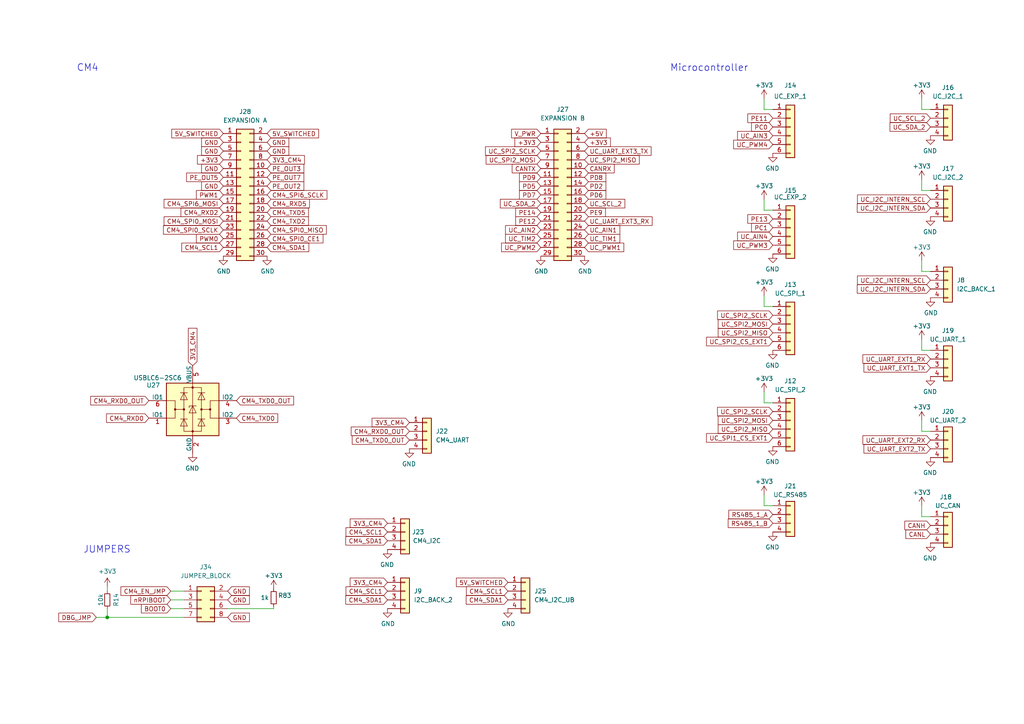
<source format=kicad_sch>
(kicad_sch (version 20211123) (generator eeschema)
  (paper "A4")
  (lib_symbols
    (symbol "Conn_01x04_1" (pin_names (offset 1.016) hide)
      (property "Reference" "J16" (at 0 8.255 0))
      (property "Value" "UC_UART_2" (at 0 5.715 0))
      (symbol "Conn_01x04_1_1_1"
        (rectangle (start -1.27 -4.953) (end 0 -5.207) (stroke (width 0.1524)))
        (rectangle (start -1.27 -2.413) (end 0 -2.667) (stroke (width 0.1524)))
        (rectangle (start -1.27 0.127) (end 0 -0.127) (stroke (width 0.1524)))
        (rectangle (start -1.27 2.667) (end 0 2.413) (stroke (width 0.1524)))
        (rectangle (start -1.27 3.81) (end 1.27 -6.35) (stroke (width 0.254)) (fill (type background)))
        (pin passive line (at -5.08 2.54 0) (length 3.81) (name "Pin_1") (number "1"))
        (pin passive line (at -5.08 0 0) (length 3.81) (name "Pin_2") (number "2"))
        (pin passive line (at -5.08 -2.54 0) (length 3.81) (name "Pin_3") (number "3"))
        (pin passive line (at -5.08 -5.08 0) (length 3.81) (name "Pin_4") (number "4"))
      )
    )
    (symbol "Connector_Generic:Conn_01x04" (pin_names (offset 1.016) hide)
      (property "Reference" "J" (at 0 5.08 0))
      (property "Value" "Conn_01x04" (at 0 -7.62 0))
      (symbol "Conn_01x04_1_1"
        (rectangle (start -1.27 -4.953) (end 0 -5.207) (stroke (width 0.1524)))
        (rectangle (start -1.27 -2.413) (end 0 -2.667) (stroke (width 0.1524)))
        (rectangle (start -1.27 0.127) (end 0 -0.127) (stroke (width 0.1524)))
        (rectangle (start -1.27 2.667) (end 0 2.413) (stroke (width 0.1524)))
        (rectangle (start -1.27 3.81) (end 1.27 -6.35) (stroke (width 0.254)) (fill (type background)))
        (pin passive line (at -5.08 2.54 0) (length 3.81) (name "Pin_1") (number "1"))
        (pin passive line (at -5.08 0 0) (length 3.81) (name "Pin_2") (number "2"))
        (pin passive line (at -5.08 -2.54 0) (length 3.81) (name "Pin_3") (number "3"))
        (pin passive line (at -5.08 -5.08 0) (length 3.81) (name "Pin_4") (number "4"))
      )
    )
    (symbol "Connector_Generic:Conn_01x06" (pin_names (offset 1.016) hide)
      (property "Reference" "J" (at 0 7.62 0))
      (property "Value" "Conn_01x06" (at 0 -10.16 0))
      (symbol "Conn_01x06_1_1"
        (rectangle (start -1.27 -7.493) (end 0 -7.747) (stroke (width 0.1524)))
        (rectangle (start -1.27 -4.953) (end 0 -5.207) (stroke (width 0.1524)))
        (rectangle (start -1.27 -2.413) (end 0 -2.667) (stroke (width 0.1524)))
        (rectangle (start -1.27 0.127) (end 0 -0.127) (stroke (width 0.1524)))
        (rectangle (start -1.27 2.667) (end 0 2.413) (stroke (width 0.1524)))
        (rectangle (start -1.27 5.207) (end 0 4.953) (stroke (width 0.1524)))
        (rectangle (start -1.27 6.35) (end 1.27 -8.89) (stroke (width 0.254)) (fill (type background)))
        (pin passive line (at -5.08 5.08 0) (length 3.81) (name "Pin_1") (number "1"))
        (pin passive line (at -5.08 2.54 0) (length 3.81) (name "Pin_2") (number "2"))
        (pin passive line (at -5.08 0 0) (length 3.81) (name "Pin_3") (number "3"))
        (pin passive line (at -5.08 -2.54 0) (length 3.81) (name "Pin_4") (number "4"))
        (pin passive line (at -5.08 -5.08 0) (length 3.81) (name "Pin_5") (number "5"))
        (pin passive line (at -5.08 -7.62 0) (length 3.81) (name "Pin_6") (number "6"))
      )
    )
    (symbol "Connector_Generic:Conn_02x04_Odd_Even" (pin_names (offset 1.016) hide)
      (property "Reference" "J" (at 1.27 5.08 0))
      (property "Value" "Conn_02x04_Odd_Even" (at 1.27 -7.62 0))
      (symbol "Conn_02x04_Odd_Even_1_1"
        (rectangle (start -1.27 -4.953) (end 0 -5.207) (stroke (width 0.1524)))
        (rectangle (start -1.27 -2.413) (end 0 -2.667) (stroke (width 0.1524)))
        (rectangle (start -1.27 0.127) (end 0 -0.127) (stroke (width 0.1524)))
        (rectangle (start -1.27 2.667) (end 0 2.413) (stroke (width 0.1524)))
        (rectangle (start -1.27 3.81) (end 3.81 -6.35) (stroke (width 0.254)) (fill (type background)))
        (rectangle (start 3.81 -4.953) (end 2.54 -5.207) (stroke (width 0.1524)))
        (rectangle (start 3.81 -2.413) (end 2.54 -2.667) (stroke (width 0.1524)))
        (rectangle (start 3.81 0.127) (end 2.54 -0.127) (stroke (width 0.1524)))
        (rectangle (start 3.81 2.667) (end 2.54 2.413) (stroke (width 0.1524)))
        (pin passive line (at -5.08 2.54 0) (length 3.81) (name "Pin_1") (number "1"))
        (pin passive line (at 7.62 2.54 180) (length 3.81) (name "Pin_2") (number "2"))
        (pin passive line (at -5.08 0 0) (length 3.81) (name "Pin_3") (number "3"))
        (pin passive line (at 7.62 0 180) (length 3.81) (name "Pin_4") (number "4"))
        (pin passive line (at -5.08 -2.54 0) (length 3.81) (name "Pin_5") (number "5"))
        (pin passive line (at 7.62 -2.54 180) (length 3.81) (name "Pin_6") (number "6"))
        (pin passive line (at -5.08 -5.08 0) (length 3.81) (name "Pin_7") (number "7"))
        (pin passive line (at 7.62 -5.08 180) (length 3.81) (name "Pin_8") (number "8"))
      )
    )
    (symbol "Connector_Generic:Conn_02x15_Odd_Even" (pin_names (offset 1.016) hide)
      (property "Reference" "J" (at 1.27 20.32 0))
      (property "Value" "Conn_02x15_Odd_Even" (at 1.27 -20.32 0))
      (symbol "Conn_02x15_Odd_Even_1_1"
        (rectangle (start -1.27 -17.653) (end 0 -17.907) (stroke (width 0.1524)))
        (rectangle (start -1.27 -15.113) (end 0 -15.367) (stroke (width 0.1524)))
        (rectangle (start -1.27 -12.573) (end 0 -12.827) (stroke (width 0.1524)))
        (rectangle (start -1.27 -10.033) (end 0 -10.287) (stroke (width 0.1524)))
        (rectangle (start -1.27 -7.493) (end 0 -7.747) (stroke (width 0.1524)))
        (rectangle (start -1.27 -4.953) (end 0 -5.207) (stroke (width 0.1524)))
        (rectangle (start -1.27 -2.413) (end 0 -2.667) (stroke (width 0.1524)))
        (rectangle (start -1.27 0.127) (end 0 -0.127) (stroke (width 0.1524)))
        (rectangle (start -1.27 2.667) (end 0 2.413) (stroke (width 0.1524)))
        (rectangle (start -1.27 5.207) (end 0 4.953) (stroke (width 0.1524)))
        (rectangle (start -1.27 7.747) (end 0 7.493) (stroke (width 0.1524)))
        (rectangle (start -1.27 10.287) (end 0 10.033) (stroke (width 0.1524)))
        (rectangle (start -1.27 12.827) (end 0 12.573) (stroke (width 0.1524)))
        (rectangle (start -1.27 15.367) (end 0 15.113) (stroke (width 0.1524)))
        (rectangle (start -1.27 17.907) (end 0 17.653) (stroke (width 0.1524)))
        (rectangle (start -1.27 19.05) (end 3.81 -19.05) (stroke (width 0.254)) (fill (type background)))
        (rectangle (start 3.81 -17.653) (end 2.54 -17.907) (stroke (width 0.1524)))
        (rectangle (start 3.81 -15.113) (end 2.54 -15.367) (stroke (width 0.1524)))
        (rectangle (start 3.81 -12.573) (end 2.54 -12.827) (stroke (width 0.1524)))
        (rectangle (start 3.81 -10.033) (end 2.54 -10.287) (stroke (width 0.1524)))
        (rectangle (start 3.81 -7.493) (end 2.54 -7.747) (stroke (width 0.1524)))
        (rectangle (start 3.81 -4.953) (end 2.54 -5.207) (stroke (width 0.1524)))
        (rectangle (start 3.81 -2.413) (end 2.54 -2.667) (stroke (width 0.1524)))
        (rectangle (start 3.81 0.127) (end 2.54 -0.127) (stroke (width 0.1524)))
        (rectangle (start 3.81 2.667) (end 2.54 2.413) (stroke (width 0.1524)))
        (rectangle (start 3.81 5.207) (end 2.54 4.953) (stroke (width 0.1524)))
        (rectangle (start 3.81 7.747) (end 2.54 7.493) (stroke (width 0.1524)))
        (rectangle (start 3.81 10.287) (end 2.54 10.033) (stroke (width 0.1524)))
        (rectangle (start 3.81 12.827) (end 2.54 12.573) (stroke (width 0.1524)))
        (rectangle (start 3.81 15.367) (end 2.54 15.113) (stroke (width 0.1524)))
        (rectangle (start 3.81 17.907) (end 2.54 17.653) (stroke (width 0.1524)))
        (pin passive line (at -5.08 17.78 0) (length 3.81) (name "Pin_1") (number "1"))
        (pin passive line (at 7.62 7.62 180) (length 3.81) (name "Pin_10") (number "10"))
        (pin passive line (at -5.08 5.08 0) (length 3.81) (name "Pin_11") (number "11"))
        (pin passive line (at 7.62 5.08 180) (length 3.81) (name "Pin_12") (number "12"))
        (pin passive line (at -5.08 2.54 0) (length 3.81) (name "Pin_13") (number "13"))
        (pin passive line (at 7.62 2.54 180) (length 3.81) (name "Pin_14") (number "14"))
        (pin passive line (at -5.08 0 0) (length 3.81) (name "Pin_15") (number "15"))
        (pin passive line (at 7.62 0 180) (length 3.81) (name "Pin_16") (number "16"))
        (pin passive line (at -5.08 -2.54 0) (length 3.81) (name "Pin_17") (number "17"))
        (pin passive line (at 7.62 -2.54 180) (length 3.81) (name "Pin_18") (number "18"))
        (pin passive line (at -5.08 -5.08 0) (length 3.81) (name "Pin_19") (number "19"))
        (pin passive line (at 7.62 17.78 180) (length 3.81) (name "Pin_2") (number "2"))
        (pin passive line (at 7.62 -5.08 180) (length 3.81) (name "Pin_20") (number "20"))
        (pin passive line (at -5.08 -7.62 0) (length 3.81) (name "Pin_21") (number "21"))
        (pin passive line (at 7.62 -7.62 180) (length 3.81) (name "Pin_22") (number "22"))
        (pin passive line (at -5.08 -10.16 0) (length 3.81) (name "Pin_23") (number "23"))
        (pin passive line (at 7.62 -10.16 180) (length 3.81) (name "Pin_24") (number "24"))
        (pin passive line (at -5.08 -12.7 0) (length 3.81) (name "Pin_25") (number "25"))
        (pin passive line (at 7.62 -12.7 180) (length 3.81) (name "Pin_26") (number "26"))
        (pin passive line (at -5.08 -15.24 0) (length 3.81) (name "Pin_27") (number "27"))
        (pin passive line (at 7.62 -15.24 180) (length 3.81) (name "Pin_28") (number "28"))
        (pin passive line (at -5.08 -17.78 0) (length 3.81) (name "Pin_29") (number "29"))
        (pin passive line (at -5.08 15.24 0) (length 3.81) (name "Pin_3") (number "3"))
        (pin passive line (at 7.62 -17.78 180) (length 3.81) (name "Pin_30") (number "30"))
        (pin passive line (at 7.62 15.24 180) (length 3.81) (name "Pin_4") (number "4"))
        (pin passive line (at -5.08 12.7 0) (length 3.81) (name "Pin_5") (number "5"))
        (pin passive line (at 7.62 12.7 180) (length 3.81) (name "Pin_6") (number "6"))
        (pin passive line (at -5.08 10.16 0) (length 3.81) (name "Pin_7") (number "7"))
        (pin passive line (at 7.62 10.16 180) (length 3.81) (name "Pin_8") (number "8"))
        (pin passive line (at -5.08 7.62 0) (length 3.81) (name "Pin_9") (number "9"))
      )
    )
    (symbol "Device:R_Small" (pin_numbers hide) (pin_names (offset 0.254) hide)
      (property "Reference" "R" (at 0.762 0.508 0))
      (property "Value" "R_Small" (at 0.762 -1.016 0))
      (symbol "R_Small_0_1"
        (rectangle (start -0.762 1.778) (end 0.762 -1.778) (stroke (width 0.2032)))
      )
      (symbol "R_Small_1_1"
        (pin passive line (at 0 2.54 270) (length 0.762) (name "~") (number "1"))
        (pin passive line (at 0 -2.54 90) (length 0.762) (name "~") (number "2"))
      )
    )
    (symbol "Power_Protection:USBLC6-2SC6" (pin_names (offset 0))
      (property "Reference" "U" (at 5.08 8.89 0))
      (property "Value" "USBLC6-2SC6" (at 10.16 -10.16 0))
      (symbol "USBLC6-2SC6_0_1"
        (rectangle (start -7.62 -7.62) (end 7.62 7.62) (stroke (width 0.254)) (fill (type background)))
        (circle (center -5.08 0) (radius 0.254) (fill (type outline)))
        (circle (center -2.54 0) (radius 0.254) (fill (type outline)))
        (rectangle (start -2.54 6.35) (end 2.54 -6.35))
        (circle (center 0 -6.35) (radius 0.254) (fill (type outline)))
        (polyline (pts (xy -5.08 -2.54) (xy -7.62 -2.54)))
        (polyline (pts (xy -5.08 0) (xy -5.08 -2.54)))
        (polyline (pts (xy -5.08 2.54) (xy -7.62 2.54)))
        (polyline (pts (xy -1.524 -2.794) (xy -3.556 -2.794)))
        (polyline (pts (xy -1.524 4.826) (xy -3.556 4.826)))
        (polyline (pts (xy 0 -7.62) (xy 0 -6.35)))
        (polyline (pts (xy 0 -6.35) (xy 0 1.27)))
        (polyline (pts (xy 0 1.27) (xy 0 6.35)))
        (polyline (pts (xy 0 6.35) (xy 0 7.62)))
        (polyline (pts (xy 1.524 -2.794) (xy 3.556 -2.794)))
        (polyline (pts (xy 1.524 4.826) (xy 3.556 4.826)))
        (polyline (pts (xy 5.08 -2.54) (xy 7.62 -2.54)))
        (polyline (pts (xy 5.08 0) (xy 5.08 -2.54)))
        (polyline (pts (xy 5.08 2.54) (xy 7.62 2.54)))
        (polyline (pts (xy -2.54 0) (xy -5.08 0) (xy -5.08 2.54)))
        (polyline (pts (xy 2.54 0) (xy 5.08 0) (xy 5.08 2.54)))
        (polyline (pts (xy -3.556 -4.826) (xy -1.524 -4.826) (xy -2.54 -2.794) (xy -3.556 -4.826)))
        (polyline (pts (xy -3.556 2.794) (xy -1.524 2.794) (xy -2.54 4.826) (xy -3.556 2.794)))
        (polyline (pts (xy -1.016 -1.016) (xy 1.016 -1.016) (xy 0 1.016) (xy -1.016 -1.016)))
        (polyline (pts (xy 1.016 1.016) (xy 0.762 1.016) (xy -1.016 1.016) (xy -1.016 0.508)))
        (polyline (pts (xy 3.556 -4.826) (xy 1.524 -4.826) (xy 2.54 -2.794) (xy 3.556 -4.826)))
        (polyline (pts (xy 3.556 2.794) (xy 1.524 2.794) (xy 2.54 4.826) (xy 3.556 2.794)))
        (circle (center 0 6.35) (radius 0.254) (fill (type outline)))
        (circle (center 2.54 0) (radius 0.254) (fill (type outline)))
        (circle (center 5.08 0) (radius 0.254) (fill (type outline)))
      )
      (symbol "USBLC6-2SC6_1_1"
        (pin passive line (at -12.7 -2.54 0) (length 5.08) (name "IO1") (number "1"))
        (pin passive line (at 0 -12.7 90) (length 5.08) (name "GND") (number "2"))
        (pin passive line (at 12.7 -2.54 180) (length 5.08) (name "IO2") (number "3"))
        (pin passive line (at 12.7 2.54 180) (length 5.08) (name "IO2") (number "4"))
        (pin passive line (at 0 12.7 270) (length 5.08) (name "VBUS") (number "5"))
        (pin passive line (at -12.7 2.54 0) (length 5.08) (name "IO1") (number "6"))
      )
    )
    (symbol "power:+3.3V" (power) (pin_names (offset 0))
      (property "Value" "+3.3V" (at 0 3.556 0))
      (symbol "+3.3V_0_1"
        (polyline (pts (xy -0.762 1.27) (xy 0 2.54)))
        (polyline (pts (xy 0 0) (xy 0 2.54)))
        (polyline (pts (xy 0 2.54) (xy 0.762 1.27)))
      )
      (symbol "+3.3V_1_1"
        (pin power_in line (at 0 0 90) (length 0) hide (name "+3V3") (number "1"))
      )
    )
    (symbol "power:+3V3" (power) (pin_names (offset 0))
      (property "Value" "+3V3" (at 0 3.556 0))
      (symbol "+3V3_0_1"
        (polyline (pts (xy -0.762 1.27) (xy 0 2.54)))
        (polyline (pts (xy 0 0) (xy 0 2.54)))
        (polyline (pts (xy 0 2.54) (xy 0.762 1.27)))
      )
      (symbol "+3V3_1_1"
        (pin power_in line (at 0 0 90) (length 0) hide (name "+3V3") (number "1"))
      )
    )
    (symbol "power:GND" (power) (pin_names (offset 0))
      (property "Value" "GND" (at 0 -3.81 0))
      (symbol "GND_0_1"
        (polyline (pts (xy 0 0) (xy 0 -1.27) (xy 1.27 -1.27) (xy 0 -2.54) (xy -1.27 -1.27) (xy 0 -1.27)))
      )
      (symbol "GND_1_1"
        (pin power_in line (at 0 0 270) (length 0) hide (name "GND") (number "1"))
      )
    )
  )
  (junction (at 31.115 179.07))
  (wire (pts (xy 267.335 98.425) (xy 267.335 101.6)))
  (wire (pts (xy 221.615 57.785) (xy 221.615 60.96)))
  (wire (pts (xy 267.335 55.245) (xy 269.875 55.245)))
  (wire (pts (xy 267.335 31.75) (xy 269.875 31.75)))
  (wire (pts (xy 221.615 60.96) (xy 224.155 60.96)))
  (wire (pts (xy 221.615 116.84) (xy 224.155 116.84)))
  (wire (pts (xy 221.615 113.665) (xy 221.615 116.84)))
  (wire (pts (xy 221.615 85.725) (xy 221.615 88.9)))
  (wire (pts (xy 221.615 143.51) (xy 221.615 146.685)))
  (wire (pts (xy 267.335 28.575) (xy 267.335 31.75)))
  (wire (pts (xy 49.53 173.99) (xy 53.34 173.99)))
  (wire (pts (xy 49.53 176.53) (xy 53.34 176.53)))
  (wire (pts (xy 267.335 125.095) (xy 269.875 125.095)))
  (wire (pts (xy 221.615 146.685) (xy 224.155 146.685)))
  (wire (pts (xy 79.375 175.895) (xy 79.375 176.53)))
  (wire (pts (xy 221.615 31.75) (xy 224.155 31.75)))
  (wire (pts (xy 221.615 88.9) (xy 224.155 88.9)))
  (wire (pts (xy 267.335 52.07) (xy 267.335 55.245)))
  (wire (pts (xy 27.94 179.07) (xy 31.115 179.07)))
  (wire (pts (xy 49.53 171.45) (xy 53.34 171.45)))
  (wire (pts (xy 79.375 176.53) (xy 66.04 176.53)))
  (wire (pts (xy 267.335 121.92) (xy 267.335 125.095)))
  (wire (pts (xy 267.335 149.86) (xy 269.875 149.86)))
  (wire (pts (xy 267.335 75.565) (xy 267.335 78.74)))
  (wire (pts (xy 221.615 28.575) (xy 221.615 31.75)))
  (wire (pts (xy 267.335 146.685) (xy 267.335 149.86)))
  (wire (pts (xy 267.335 78.74) (xy 269.875 78.74)))
  (wire (pts (xy 31.115 176.53) (xy 31.115 179.07)))
  (wire (pts (xy 267.335 101.6) (xy 269.875 101.6)))
  (wire (pts (xy 31.115 179.07) (xy 53.34 179.07)))
  (wire (pts (xy 31.115 170.18) (xy 31.115 171.45)))
  (text "JUMPERS" (at 24.13 160.655 0) (effects (font (size 2 2)) (justify left bottom)))
  (text "CM4" (at 22.225 20.955 0) (effects (font (size 2 2)) (justify left bottom)))
  (text "Microcontroller" (at 194.31 20.955 0) (effects (font (size 2 2)) (justify left bottom)))
  (global_label "CM4_RXD2" (shape input) (at 64.77 61.595 180) (property "Intersheet References" "${INTERSHEET_REFS}" (effects hide)))
  (global_label "GND" (shape input) (at 66.04 173.99 0) (property "Intersheet References" "${INTERSHEET_REFS}" (effects hide)))
  (global_label "CM4_RXD0" (shape input) (at 43.18 121.285 180) (property "Intersheet References" "${INTERSHEET_REFS}" (effects hide)))
  (global_label "3V3_CM4" (shape input) (at 77.47 46.355 0) (property "Intersheet References" "${INTERSHEET_REFS}" (effects hide)))
  (global_label "UC_UART_EXT3_RX" (shape input) (at 169.545 64.135 0) (property "Intersheet References" "${INTERSHEET_REFS}" (effects hide)))
  (global_label "PE13" (shape input) (at 224.155 63.5 180) (property "Intersheet References" "${INTERSHEET_REFS}" (effects hide)))
  (global_label "3V3_CM4" (shape input) (at 118.745 122.555 180) (property "Intersheet References" "${INTERSHEET_REFS}" (effects hide)))
  (global_label "V_PWR" (shape input) (at 156.845 38.735 180) (property "Intersheet References" "${INTERSHEET_REFS}" (effects hide)))
  (global_label "CM4_RXD0_OUT" (shape input) (at 118.745 125.095 180) (property "Intersheet References" "${INTERSHEET_REFS}" (effects hide)))
  (global_label "UC_PWM2" (shape input) (at 156.845 71.755 180) (property "Intersheet References" "${INTERSHEET_REFS}" (effects hide)))
  (global_label "GND" (shape input) (at 64.77 43.815 180) (property "Intersheet References" "${INTERSHEET_REFS}" (effects hide)))
  (global_label "PE_OUT2" (shape input) (at 77.47 53.975 0) (property "Intersheet References" "${INTERSHEET_REFS}" (effects hide)))
  (global_label "PE_OUT7" (shape input) (at 77.47 51.435 0) (property "Intersheet References" "${INTERSHEET_REFS}" (effects hide)))
  (global_label "5V_SWITCHED" (shape input) (at 64.77 38.735 180) (property "Intersheet References" "${INTERSHEET_REFS}" (effects hide)))
  (global_label "+3V3" (shape input) (at 64.77 46.355 180) (property "Intersheet References" "${INTERSHEET_REFS}" (effects hide)))
  (global_label "UC_PWM3" (shape input) (at 224.155 71.12 180) (property "Intersheet References" "${INTERSHEET_REFS}" (effects hide)))
  (global_label "UC_SPI2_CS_EXT1" (shape input) (at 224.155 99.06 180) (property "Intersheet References" "${INTERSHEET_REFS}" (effects hide)))
  (global_label "UC_I2C_INTERN_SDA" (shape input) (at 269.875 60.325 180) (property "Intersheet References" "${INTERSHEET_REFS}" (effects hide)))
  (global_label "PD6" (shape input) (at 169.545 56.515 0) (property "Intersheet References" "${INTERSHEET_REFS}" (effects hide)))
  (global_label "CM4_TXD0_OUT" (shape input) (at 68.58 116.205 0) (property "Intersheet References" "${INTERSHEET_REFS}" (effects hide)))
  (global_label "PE11" (shape input) (at 224.155 34.29 180) (property "Intersheet References" "${INTERSHEET_REFS}" (effects hide)))
  (global_label "UC_UART_EXT1_TX" (shape input) (at 269.875 106.68 180) (property "Intersheet References" "${INTERSHEET_REFS}" (effects hide)))
  (global_label "UC_UART_EXT2_RX" (shape input) (at 269.875 127.635 180) (property "Intersheet References" "${INTERSHEET_REFS}" (effects hide)))
  (global_label "+3V3" (shape input) (at 156.845 41.275 180) (property "Intersheet References" "${INTERSHEET_REFS}" (effects hide)))
  (global_label "DBG_JMP" (shape input) (at 27.94 179.07 180) (property "Intersheet References" "${INTERSHEET_REFS}" (effects hide)))
  (global_label "CM4_RXD5" (shape input) (at 77.47 59.055 0) (property "Intersheet References" "${INTERSHEET_REFS}" (effects hide)))
  (global_label "UC_SDA_2" (shape input) (at 156.845 59.055 180) (property "Intersheet References" "${INTERSHEET_REFS}" (effects hide)))
  (global_label "UC_UART_EXT2_TX" (shape input) (at 269.875 130.175 180) (property "Intersheet References" "${INTERSHEET_REFS}" (effects hide)))
  (global_label "CM4_SPI0_SCLK" (shape input) (at 64.77 66.675 180) (property "Intersheet References" "${INTERSHEET_REFS}" (effects hide)))
  (global_label "UC_PWM1" (shape input) (at 169.545 71.755 0) (property "Intersheet References" "${INTERSHEET_REFS}" (effects hide)))
  (global_label "UC_SPI2_MISO" (shape input) (at 224.155 124.46 180) (property "Intersheet References" "${INTERSHEET_REFS}" (effects hide)))
  (global_label "PE_OUT5" (shape input) (at 64.77 51.435 180) (property "Intersheet References" "${INTERSHEET_REFS}" (effects hide)))
  (global_label "UC_TIM1" (shape input) (at 169.545 69.215 0) (property "Intersheet References" "${INTERSHEET_REFS}" (effects hide)))
  (global_label "UC_SPI2_MOSI" (shape input) (at 224.155 93.98 180) (property "Intersheet References" "${INTERSHEET_REFS}" (effects hide)))
  (global_label "CANL" (shape input) (at 269.875 154.94 180) (property "Intersheet References" "${INTERSHEET_REFS}" (effects hide)))
  (global_label "UC_SPI2_SCLK" (shape input) (at 224.155 91.44 180) (property "Intersheet References" "${INTERSHEET_REFS}" (effects hide)))
  (global_label "UC_SPI2_MOSI" (shape input) (at 156.845 46.355 180) (property "Intersheet References" "${INTERSHEET_REFS}" (effects hide)))
  (global_label "nRPIBOOT" (shape input) (at 49.53 173.99 180) (property "Intersheet References" "${INTERSHEET_REFS}" (effects hide)))
  (global_label "UC_SPI2_MISO" (shape input) (at 169.545 46.355 0) (property "Intersheet References" "${INTERSHEET_REFS}" (effects hide)))
  (global_label "CM4_SDA1" (shape input) (at 147.32 173.99 180) (property "Intersheet References" "${INTERSHEET_REFS}" (effects hide)))
  (global_label "UC_AIN2" (shape input) (at 156.845 66.675 180) (property "Intersheet References" "${INTERSHEET_REFS}" (effects hide)))
  (global_label "UC_I2C_INTERN_SCL" (shape input) (at 269.875 81.28 180) (property "Intersheet References" "${INTERSHEET_REFS}" (effects hide)))
  (global_label "CM4_SCL1" (shape input) (at 112.395 171.45 180) (property "Intersheet References" "${INTERSHEET_REFS}" (effects hide)))
  (global_label "CM4_SPI0_MOSI" (shape input) (at 64.77 64.135 180) (property "Intersheet References" "${INTERSHEET_REFS}" (effects hide)))
  (global_label "UC_I2C_INTERN_SDA" (shape input) (at 269.875 83.82 180) (property "Intersheet References" "${INTERSHEET_REFS}" (effects hide)))
  (global_label "CM4_TXD0_OUT" (shape input) (at 118.745 127.635 180) (property "Intersheet References" "${INTERSHEET_REFS}" (effects hide)))
  (global_label "UC_AIN3" (shape input) (at 224.155 39.37 180) (property "Intersheet References" "${INTERSHEET_REFS}" (effects hide)))
  (global_label "CM4_SDA1" (shape input) (at 112.395 156.845 180) (property "Intersheet References" "${INTERSHEET_REFS}" (effects hide)))
  (global_label "UC_I2C_INTERN_SCL" (shape input) (at 269.875 57.785 180) (property "Intersheet References" "${INTERSHEET_REFS}" (effects hide)))
  (global_label "GND" (shape input) (at 77.47 43.815 0) (property "Intersheet References" "${INTERSHEET_REFS}" (effects hide)))
  (global_label "UC_AIN1" (shape input) (at 169.545 66.675 0) (property "Intersheet References" "${INTERSHEET_REFS}" (effects hide)))
  (global_label "PWM0" (shape input) (at 64.77 69.215 180) (property "Intersheet References" "${INTERSHEET_REFS}" (effects hide)))
  (global_label "PC1" (shape input) (at 224.155 66.04 180) (property "Intersheet References" "${INTERSHEET_REFS}" (effects hide)))
  (global_label "PE_OUT3" (shape input) (at 77.47 48.895 0) (property "Intersheet References" "${INTERSHEET_REFS}" (effects hide)))
  (global_label "CM4_TXD2" (shape input) (at 77.47 64.135 0) (property "Intersheet References" "${INTERSHEET_REFS}" (effects hide)))
  (global_label "UC_SCL_2" (shape input) (at 169.545 59.055 0) (property "Intersheet References" "${INTERSHEET_REFS}" (effects hide)))
  (global_label "UC_UART_EXT3_TX" (shape input) (at 169.545 43.815 0) (property "Intersheet References" "${INTERSHEET_REFS}" (effects hide)))
  (global_label "CM4_SDA1" (shape input) (at 77.47 71.755 0) (property "Intersheet References" "${INTERSHEET_REFS}" (effects hide)))
  (global_label "3V3_CM4" (shape input) (at 55.88 106.045 90) (property "Intersheet References" "${INTERSHEET_REFS}" (effects hide)))
  (global_label "CM4_TXD0" (shape input) (at 68.58 121.285 0) (property "Intersheet References" "${INTERSHEET_REFS}" (effects hide)))
  (global_label "5V_SWITCHED" (shape input) (at 147.32 168.91 180) (property "Intersheet References" "${INTERSHEET_REFS}" (effects hide)))
  (global_label "PD7" (shape input) (at 156.845 56.515 180) (property "Intersheet References" "${INTERSHEET_REFS}" (effects hide)))
  (global_label "UC_SPI1_CS_EXT1" (shape input) (at 224.155 127 180) (property "Intersheet References" "${INTERSHEET_REFS}" (effects hide)))
  (global_label "+3V3" (shape input) (at 169.545 41.275 0) (property "Intersheet References" "${INTERSHEET_REFS}" (effects hide)))
  (global_label "CM4_EN_JMP" (shape input) (at 49.53 171.45 180) (property "Intersheet References" "${INTERSHEET_REFS}" (effects hide)))
  (global_label "CM4_SPI6_SCLK" (shape input) (at 77.47 56.515 0) (property "Intersheet References" "${INTERSHEET_REFS}" (effects hide)))
  (global_label "UC_TIM2" (shape input) (at 156.845 69.215 180) (property "Intersheet References" "${INTERSHEET_REFS}" (effects hide)))
  (global_label "UC_SPI2_MISO" (shape input) (at 224.155 96.52 180) (property "Intersheet References" "${INTERSHEET_REFS}" (effects hide)))
  (global_label "CM4_SCL1" (shape input) (at 147.32 171.45 180) (property "Intersheet References" "${INTERSHEET_REFS}" (effects hide)))
  (global_label "CANH" (shape input) (at 269.875 152.4 180) (property "Intersheet References" "${INTERSHEET_REFS}" (effects hide)))
  (global_label "+5V" (shape input) (at 169.545 38.735 0) (property "Intersheet References" "${INTERSHEET_REFS}" (effects hide)))
  (global_label "UC_SPI2_MOSI" (shape input) (at 224.155 121.92 180) (property "Intersheet References" "${INTERSHEET_REFS}" (effects hide)))
  (global_label "CM4_SPI0_CE1" (shape input) (at 77.47 69.215 0) (property "Intersheet References" "${INTERSHEET_REFS}" (effects hide)))
  (global_label "CM4_SCL1" (shape input) (at 112.395 154.305 180) (property "Intersheet References" "${INTERSHEET_REFS}" (effects hide)))
  (global_label "3V3_CM4" (shape input) (at 112.395 151.765 180) (property "Intersheet References" "${INTERSHEET_REFS}" (effects hide)))
  (global_label "PC0" (shape input) (at 224.155 36.83 180) (property "Intersheet References" "${INTERSHEET_REFS}" (effects hide)))
  (global_label "UC_SDA_2" (shape input) (at 269.875 36.83 180) (property "Intersheet References" "${INTERSHEET_REFS}" (effects hide)))
  (global_label "GND" (shape input) (at 66.04 171.45 0) (property "Intersheet References" "${INTERSHEET_REFS}" (effects hide)))
  (global_label "CM4_SDA1" (shape input) (at 112.395 173.99 180) (property "Intersheet References" "${INTERSHEET_REFS}" (effects hide)))
  (global_label "BOOT0" (shape input) (at 49.53 176.53 180) (property "Intersheet References" "${INTERSHEET_REFS}" (effects hide)))
  (global_label "UC_SPI2_SCLK" (shape input) (at 156.845 43.815 180) (property "Intersheet References" "${INTERSHEET_REFS}" (effects hide)))
  (global_label "GND" (shape input) (at 64.77 53.975 180) (property "Intersheet References" "${INTERSHEET_REFS}" (effects hide)))
  (global_label "UC_AIN4" (shape input) (at 224.155 68.58 180) (property "Intersheet References" "${INTERSHEET_REFS}" (effects hide)))
  (global_label "PD8" (shape input) (at 169.545 51.435 0) (property "Intersheet References" "${INTERSHEET_REFS}" (effects hide)))
  (global_label "3V3_CM4" (shape input) (at 112.395 168.91 180) (property "Intersheet References" "${INTERSHEET_REFS}" (effects hide)))
  (global_label "GND" (shape input) (at 66.04 179.07 0) (property "Intersheet References" "${INTERSHEET_REFS}" (effects hide)))
  (global_label "RS485_1_A" (shape input) (at 224.155 149.225 180) (property "Intersheet References" "${INTERSHEET_REFS}" (effects hide)))
  (global_label "CM4_RXD0_OUT" (shape input) (at 43.18 116.205 180) (property "Intersheet References" "${INTERSHEET_REFS}" (effects hide)))
  (global_label "RS485_1_B" (shape input) (at 224.155 151.765 180) (property "Intersheet References" "${INTERSHEET_REFS}" (effects hide)))
  (global_label "GND" (shape input) (at 64.77 48.895 180) (property "Intersheet References" "${INTERSHEET_REFS}" (effects hide)))
  (global_label "GND" (shape input) (at 77.47 41.275 0) (property "Intersheet References" "${INTERSHEET_REFS}" (effects hide)))
  (global_label "UC_PWM4" (shape input) (at 224.155 41.91 180) (property "Intersheet References" "${INTERSHEET_REFS}" (effects hide)))
  (global_label "UC_SPI2_SCLK" (shape input) (at 224.155 119.38 180) (property "Intersheet References" "${INTERSHEET_REFS}" (effects hide)))
  (global_label "PE9" (shape input) (at 169.545 61.595 0) (property "Intersheet References" "${INTERSHEET_REFS}" (effects hide)))
  (global_label "CM4_SCL1" (shape input) (at 64.77 71.755 180) (property "Intersheet References" "${INTERSHEET_REFS}" (effects hide)))
  (global_label "PD9" (shape input) (at 156.845 51.435 180) (property "Intersheet References" "${INTERSHEET_REFS}" (effects hide)))
  (global_label "CANRX" (shape input) (at 169.545 48.895 0) (property "Intersheet References" "${INTERSHEET_REFS}" (effects hide)))
  (global_label "CM4_SPI0_MISO" (shape input) (at 77.47 66.675 0) (property "Intersheet References" "${INTERSHEET_REFS}" (effects hide)))
  (global_label "UC_SCL_2" (shape input) (at 269.875 34.29 180) (property "Intersheet References" "${INTERSHEET_REFS}" (effects hide)))
  (global_label "CANTX" (shape input) (at 156.845 48.895 180) (property "Intersheet References" "${INTERSHEET_REFS}" (effects hide)))
  (global_label "GND" (shape input) (at 64.77 41.275 180) (property "Intersheet References" "${INTERSHEET_REFS}" (effects hide)))
  (global_label "PD2" (shape input) (at 169.545 53.975 0) (property "Intersheet References" "${INTERSHEET_REFS}" (effects hide)))
  (global_label "PWM1" (shape input) (at 64.77 56.515 180) (property "Intersheet References" "${INTERSHEET_REFS}" (effects hide)))
  (global_label "UC_UART_EXT1_RX" (shape input) (at 269.875 104.14 180) (property "Intersheet References" "${INTERSHEET_REFS}" (effects hide)))
  (global_label "PE12" (shape input) (at 156.845 64.135 180) (property "Intersheet References" "${INTERSHEET_REFS}" (effects hide)))
  (global_label "CM4_TXD5" (shape input) (at 77.47 61.595 0) (property "Intersheet References" "${INTERSHEET_REFS}" (effects hide)))
  (global_label "CM4_SPI6_MOSI" (shape input) (at 64.77 59.055 180) (property "Intersheet References" "${INTERSHEET_REFS}" (effects hide)))
  (global_label "PD5" (shape input) (at 156.845 53.975 180) (property "Intersheet References" "${INTERSHEET_REFS}" (effects hide)))
  (global_label "5V_SWITCHED" (shape input) (at 77.47 38.735 0) (property "Intersheet References" "${INTERSHEET_REFS}" (effects hide)))
  (global_label "PE14" (shape input) (at 156.845 61.595 180) (property "Intersheet References" "${INTERSHEET_REFS}" (effects hide)))
  (symbol (lib_id "Connector_Generic:Conn_01x04") (at 117.475 154.305 0) (unit 1)
    (property "Reference" "J23" (at 121.285 154.305 0))
    (property "Value" "CM4_I2C" (at 123.825 156.845 0))
    (property "Footprint" "Connector_JST:JST_GH_BM04B-GHS-TBT_1x04-1MP_P1.25mm_Vertical" (effects hide))
  )
  (symbol (lib_id "power:GND") (at 169.545 74.295 0) (unit 1)
    (property "Reference" "#PWR0152" (effects hide))
    (property "Value" "GND" (at 169.672 78.6892 0))
  )
  (symbol (lib_id "power:GND") (at 77.47 74.295 0) (unit 1)
    (property "Reference" "#PWR0153" (effects hide))
    (property "Value" "GND" (at 77.597 78.6892 0))
  )
  (symbol (lib_id "power:+3V3") (at 267.335 98.425 0) (unit 1)
    (property "Reference" "#PWR0202" (effects hide))
    (property "Value" "+3V3" (at 267.3379 94.5756 0))
  )
  (symbol (lib_name "Conn_01x04_1") (lib_id "Connector_Generic:Conn_01x04") (at 274.955 127.635 0) (unit 1)
    (property "Reference" "J20" (at 274.955 119.38 0))
    (property "Value" "UC_UART_2" (at 274.955 121.92 0))
    (property "Footprint" "Connector_JST:JST_GH_BM04B-GHS-TBT_1x04-1MP_P1.25mm_Vertical" (effects hide))
  )
  (symbol (lib_id "Connector_Generic:Conn_02x15_Odd_Even") (at 161.925 56.515 0) (unit 1)
    (property "Reference" "J27" (at 163.195 31.75 0))
    (property "Value" "EXPANSION B" (at 163.195 34.29 0))
    (property "Footprint" "Connector_PinHeader_2.54mm:PinHeader_2x15_P2.54mm_Vertical" (effects hide))
  )
  (symbol (lib_id "power:GND") (at 269.875 39.37 0) (mirror y) (unit 1)
    (property "Reference" "#PWR0122" (effects hide))
    (property "Value" "GND" (at 269.748 43.7642 0))
  )
  (symbol (lib_id "power:GND") (at 269.875 109.22 0) (mirror y) (unit 1)
    (property "Reference" "#PWR0125" (effects hide))
    (property "Value" "GND" (at 269.748 113.6142 0))
  )
  (symbol (lib_id "power:GND") (at 224.155 129.54 0) (mirror y) (unit 1)
    (property "Reference" "#PWR0107" (effects hide))
    (property "Value" "GND" (at 224.028 133.9342 0))
  )
  (symbol (lib_id "Connector_Generic:Conn_01x04") (at 274.955 152.4 0) (unit 1)
    (property "Reference" "J18" (at 274.32 144.145 0))
    (property "Value" "UC_CAN" (at 274.955 146.685 0))
    (property "Footprint" "Connector_JST:JST_GH_BM04B-GHS-TBT_1x04-1MP_P1.25mm_Vertical" (effects hide))
  )
  (symbol (lib_id "power:GND") (at 269.875 157.48 0) (mirror y) (unit 1)
    (property "Reference" "#PWR0124" (effects hide))
    (property "Value" "GND" (at 269.748 161.8742 0))
  )
  (symbol (lib_id "power:GND") (at 224.155 101.6 0) (mirror y) (unit 1)
    (property "Reference" "#PWR0108" (effects hide))
    (property "Value" "GND" (at 224.028 105.9942 0))
  )
  (symbol (lib_id "Connector_Generic:Conn_02x15_Odd_Even") (at 69.85 56.515 0) (unit 1)
    (property "Reference" "J28" (at 71.12 32.385 0))
    (property "Value" "EXPANSION A" (at 71.12 34.925 0))
    (property "Footprint" "Connector_PinHeader_2.54mm:PinHeader_2x15_P2.54mm_Vertical" (effects hide))
  )
  (symbol (lib_id "Device:R_Small") (at 31.115 173.99 0) (unit 1)
    (property "Reference" "R14" (at 33.655 173.99 90))
    (property "Value" "10k" (at 29.21 173.99 90))
    (property "Footprint" "Resistor_SMD:R_0603_1608Metric" (effects hide))
  )
  (symbol (lib_id "Device:R_Small") (at 79.375 173.355 0) (unit 1)
    (property "Reference" "R83" (at 80.645 172.72 0) (effects (justify left)))
    (property "Value" "1k" (at 75.565 173.355 0) (effects (justify left)))
    (property "Footprint" "Resistor_SMD:R_0603_1608Metric" (effects hide))
  )
  (symbol (lib_id "Connector_Generic:Conn_01x06") (at 229.235 121.92 0) (unit 1)
    (property "Reference" "J12" (at 229.235 110.49 0))
    (property "Value" "UC_SPI_2" (at 229.235 113.03 0))
    (property "Footprint" "Connector_JST:JST_GH_BM06B-GHS-TBT_1x06-1MP_P1.25mm_Vertical" (effects hide))
  )
  (symbol (lib_id "Connector_Generic:Conn_01x04") (at 274.955 104.14 0) (unit 1)
    (property "Reference" "J19" (at 274.955 95.885 0))
    (property "Value" "UC_UART_1" (at 274.955 98.425 0))
    (property "Footprint" "Connector_JST:JST_GH_BM04B-GHS-TBT_1x04-1MP_P1.25mm_Vertical" (effects hide))
  )
  (symbol (lib_id "power:+3.3V") (at 31.115 170.18 0) (unit 1)
    (property "Reference" "#PWR0210" (effects hide))
    (property "Value" "+3.3V" (at 31.115 165.735 0))
  )
  (symbol (lib_id "power:GND") (at 64.77 74.295 0) (unit 1)
    (property "Reference" "#PWR0148" (effects hide))
    (property "Value" "GND" (at 64.897 78.6892 0))
  )
  (symbol (lib_id "Connector_Generic:Conn_01x04") (at 274.955 34.29 0) (unit 1)
    (property "Reference" "J16" (at 274.955 25.4 0))
    (property "Value" "UC_I2C_1" (at 274.955 27.94 0))
    (property "Footprint" "Connector_JST:JST_GH_BM04B-GHS-TBT_1x04-1MP_P1.25mm_Vertical" (effects hide))
  )
  (symbol (lib_id "power:+3V3") (at 267.335 121.92 0) (unit 1)
    (property "Reference" "#PWR0197" (effects hide))
    (property "Value" "+3V3" (at 267.3379 118.0706 0))
  )
  (symbol (lib_id "power:GND") (at 112.395 159.385 0) (mirror y) (unit 1)
    (property "Reference" "#PWR0139" (effects hide))
    (property "Value" "GND" (at 112.268 163.7792 0))
  )
  (symbol (lib_id "Power_Protection:USBLC6-2SC6") (at 55.88 118.745 0) (unit 1)
    (property "Reference" "U27" (at 44.45 111.7408 0))
    (property "Value" "USBLC6-2SC6" (at 45.72 109.5945 0))
    (property "Footprint" "Package_TO_SOT_SMD:SOT-23-6" (effects hide))
    (property "Datasheet" "http://www2.st.com/resource/en/datasheet/CD00050750.pdf" (effects hide))
  )
  (symbol (lib_id "Connector_Generic:Conn_01x06") (at 229.235 36.83 0) (unit 1)
    (property "Reference" "J14" (at 229.235 24.765 0))
    (property "Value" "UC_EXP_1" (at 229.235 27.94 0))
    (property "Footprint" "Connector_JST:JST_GH_BM06B-GHS-TBT_1x06-1MP_P1.25mm_Vertical" (effects hide))
  )
  (symbol (lib_id "power:+3V3") (at 221.615 28.575 0) (unit 1)
    (property "Reference" "#PWR0205" (effects hide))
    (property "Value" "+3V3" (at 221.6179 24.7256 0))
  )
  (symbol (lib_id "power:GND") (at 269.875 86.36 0) (unit 1)
    (property "Reference" "#PWR0183" (effects hide))
    (property "Value" "GND" (at 270.002 90.7542 0))
  )
  (symbol (lib_id "power:GND") (at 269.875 132.715 0) (mirror y) (unit 1)
    (property "Reference" "#PWR0126" (effects hide))
    (property "Value" "GND" (at 269.748 137.1092 0))
  )
  (symbol (lib_id "Connector_Generic:Conn_01x04") (at 229.235 149.225 0) (unit 1)
    (property "Reference" "J21" (at 229.235 140.97 0))
    (property "Value" "UC_RS485" (at 229.235 143.51 0))
    (property "Footprint" "Connector_JST:JST_GH_BM04B-GHS-TBT_1x04-1MP_P1.25mm_Vertical" (effects hide))
  )
  (symbol (lib_id "Connector_Generic:Conn_01x04") (at 152.4 171.45 0) (unit 1)
    (property "Reference" "J25" (at 154.94 171.4499 0) (effects (justify left)))
    (property "Value" "CM4_I2C_UB" (at 154.94 173.9899 0) (effects (justify left)))
    (property "Footprint" "Connector_JST:JST_SH_SM04B-SRSS-TB_1x04-1MP_P1.00mm_Horizontal" (effects hide))
  )
  (symbol (lib_id "power:GND") (at 224.155 73.66 0) (mirror y) (unit 1)
    (property "Reference" "#PWR0110" (effects hide))
    (property "Value" "GND" (at 224.028 78.0542 0))
  )
  (symbol (lib_id "power:+3V3") (at 221.615 57.785 0) (unit 1)
    (property "Reference" "#PWR0199" (effects hide))
    (property "Value" "+3V3" (at 221.6179 53.9356 0))
  )
  (symbol (lib_id "power:+3V3") (at 221.615 113.665 0) (unit 1)
    (property "Reference" "#PWR0201" (effects hide))
    (property "Value" "+3V3" (at 221.6179 109.8156 0))
  )
  (symbol (lib_id "Connector_Generic:Conn_01x06") (at 229.235 66.04 0) (unit 1)
    (property "Reference" "J15" (at 229.235 55.245 0))
    (property "Value" "UC_EXP_2" (at 229.235 57.15 0))
    (property "Footprint" "Connector_JST:JST_GH_BM06B-GHS-TBT_1x06-1MP_P1.25mm_Vertical" (effects hide))
  )
  (symbol (lib_id "power:GND") (at 118.745 130.175 0) (mirror y) (unit 1)
    (property "Reference" "#PWR0138" (effects hide))
    (property "Value" "GND" (at 118.618 134.5692 0))
  )
  (symbol (lib_id "Connector_Generic:Conn_01x04") (at 123.825 125.095 0) (unit 1)
    (property "Reference" "J22" (at 126.365 125.0949 0) (effects (justify left)))
    (property "Value" "CM4_UART" (at 126.365 127.6349 0) (effects (justify left)))
    (property "Footprint" "Connector_JST:JST_GH_BM04B-GHS-TBT_1x04-1MP_P1.25mm_Vertical" (effects hide))
  )
  (symbol (lib_id "Connector_Generic:Conn_01x06") (at 229.235 93.98 0) (unit 1)
    (property "Reference" "J13" (at 229.235 82.55 0))
    (property "Value" "UC_SPI_1" (at 229.235 85.09 0))
    (property "Footprint" "Connector_JST:JST_GH_BM06B-GHS-TBT_1x06-1MP_P1.25mm_Vertical" (effects hide))
  )
  (symbol (lib_id "power:+3V3") (at 79.375 170.815 0) (unit 1)
    (property "Reference" "#PWR0194" (effects hide))
    (property "Value" "+3V3" (at 79.3779 166.9656 0))
  )
  (symbol (lib_id "Connector_Generic:Conn_01x04") (at 274.955 57.785 0) (unit 1)
    (property "Reference" "J17" (at 274.955 48.895 0))
    (property "Value" "UC_I2C_2" (at 274.955 51.435 0))
    (property "Footprint" "Connector_JST:JST_GH_BM04B-GHS-TBT_1x04-1MP_P1.25mm_Vertical" (effects hide))
  )
  (symbol (lib_id "power:+3V3") (at 267.335 52.07 0) (unit 1)
    (property "Reference" "#PWR0200" (effects hide))
    (property "Value" "+3V3" (at 267.3379 48.2206 0))
  )
  (symbol (lib_id "Connector_Generic:Conn_01x04") (at 274.955 81.28 0) (unit 1)
    (property "Reference" "J8" (at 277.495 81.2799 0) (effects (justify left)))
    (property "Value" "I2C_BACK_1" (at 277.495 83.8199 0) (effects (justify left)))
    (property "Footprint" "Connector_JST:JST_SH_SM04B-SRSS-TB_1x04-1MP_P1.00mm_Horizontal" (effects hide))
  )
  (symbol (lib_id "power:+3V3") (at 221.615 143.51 0) (unit 1)
    (property "Reference" "#PWR0195" (effects hide))
    (property "Value" "+3V3" (at 221.6179 139.6606 0))
  )
  (symbol (lib_id "power:GND") (at 147.32 176.53 0) (unit 1)
    (property "Reference" "#PWR0225" (effects hide))
    (property "Value" "GND" (at 147.447 180.9242 0))
  )
  (symbol (lib_id "power:GND") (at 55.88 131.445 0) (mirror y) (unit 1)
    (property "Reference" "#PWR0228" (effects hide))
    (property "Value" "GND" (at 55.753 135.8392 0))
  )
  (symbol (lib_id "power:GND") (at 224.155 44.45 0) (mirror y) (unit 1)
    (property "Reference" "#PWR0109" (effects hide))
    (property "Value" "GND" (at 224.028 48.8442 0))
  )
  (symbol (lib_id "power:+3V3") (at 267.335 28.575 0) (unit 1)
    (property "Reference" "#PWR0203" (effects hide))
    (property "Value" "+3V3" (at 267.3379 24.7256 0))
  )
  (symbol (lib_id "Connector_Generic:Conn_02x04_Odd_Even") (at 58.42 173.99 0) (unit 1)
    (property "Reference" "J34" (at 59.69 164.465 0))
    (property "Value" "JUMPER_BLOCK" (at 59.69 167.005 0))
    (property "Footprint" "Connector_PinHeader_2.00mm:PinHeader_2x04_P2.00mm_Vertical" (effects hide))
  )
  (symbol (lib_id "power:GND") (at 156.845 74.295 0) (unit 1)
    (property "Reference" "#PWR0147" (effects hide))
    (property "Value" "GND" (at 156.972 78.6892 0))
  )
  (symbol (lib_id "power:GND") (at 112.395 176.53 0) (unit 1)
    (property "Reference" "#PWR0206" (effects hide))
    (property "Value" "GND" (at 112.522 180.9242 0))
  )
  (symbol (lib_id "power:+3V3") (at 267.335 75.565 0) (unit 1)
    (property "Reference" "#PWR0204" (effects hide))
    (property "Value" "+3V3" (at 267.3379 71.7156 0))
  )
  (symbol (lib_id "Connector_Generic:Conn_01x04") (at 117.475 171.45 0) (unit 1)
    (property "Reference" "J9" (at 120.015 171.4499 0) (effects (justify left)))
    (property "Value" "I2C_BACK_2" (at 120.015 173.9899 0) (effects (justify left)))
    (property "Footprint" "Connector_JST:JST_SH_SM04B-SRSS-TB_1x04-1MP_P1.00mm_Horizontal" (effects hide))
  )
  (symbol (lib_id "power:GND") (at 269.875 62.865 0) (mirror y) (unit 1)
    (property "Reference" "#PWR0123" (effects hide))
    (property "Value" "GND" (at 269.748 67.2592 0))
  )
  (symbol (lib_id "power:+3V3") (at 267.335 146.685 0) (unit 1)
    (property "Reference" "#PWR0196" (effects hide))
    (property "Value" "+3V3" (at 267.3379 142.8356 0))
  )
  (symbol (lib_id "power:GND") (at 224.155 154.305 0) (mirror y) (unit 1)
    (property "Reference" "#PWR0127" (effects hide))
    (property "Value" "GND" (at 224.028 158.6992 0))
  )
  (symbol (lib_id "power:+3V3") (at 221.615 85.725 0) (unit 1)
    (property "Reference" "#PWR0198" (effects hide))
    (property "Value" "+3V3" (at 221.6179 81.8756 0))
  )
)
</source>
